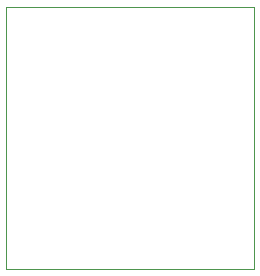
<source format=gbr>
G04*
G04 #@! TF.GenerationSoftware,Altium Limited,Altium Designer,24.8.2 (39)*
G04*
G04 Layer_Color=0*
%FSLAX25Y25*%
%MOIN*%
G70*
G04*
G04 #@! TF.SameCoordinates,0347263F-4986-443A-A638-574EEFBA0464*
G04*
G04*
G04 #@! TF.FilePolarity,Positive*
G04*
G01*
G75*
%ADD25C,0.00100*%
D25*
X102500Y107500D02*
X185000D01*
Y195000D01*
X102500D01*
Y107500D01*
M02*

</source>
